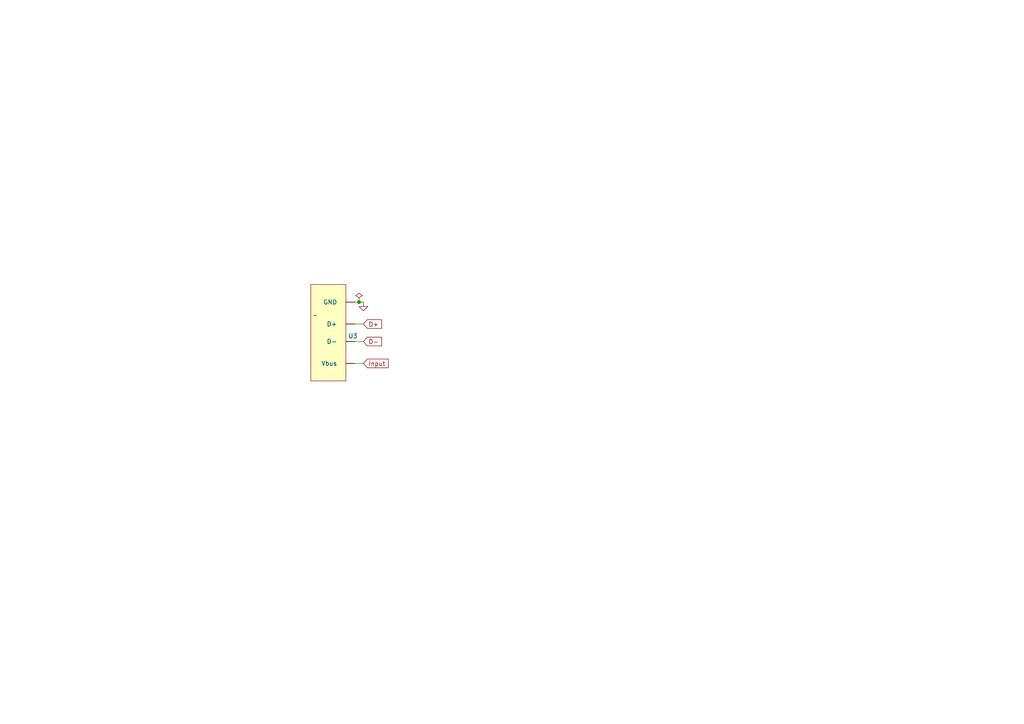
<source format=kicad_sch>
(kicad_sch (version 20230121) (generator eeschema)
  (paper "A4")
  (lib_symbols
    (symbol "power:GND" (power) (pin_names (offset 0))
      (property "Value" "GND" (at 0 -3.81 0))
      (symbol "GND_0_1"
        (polyline (pts (xy 0 0) (xy 0 -1.27) (xy 1.27 -1.27) (xy 0 -2.54) (xy -1.27 -1.27) (xy 0 -1.27)))
      )
      (symbol "GND_1_1"
        (pin power_in line (at 0 0 270) (length 0) hide (name "GND") (number "1"))
      )
    )
    (symbol "power:PWR_FLAG" (power) (pin_numbers hide) (pin_names (offset 0) hide)
      (property "Value" "PWR_FLAG" (at 0 3.81 0))
      (symbol "PWR_FLAG_0_0"
        (pin power_out line (at 0 0 90) (length 0) (name "pwr") (number "1"))
      )
      (symbol "PWR_FLAG_0_1"
        (polyline (pts (xy 0 0) (xy 0 1.27) (xy -1.016 1.905) (xy 0 2.54) (xy 1.016 1.905) (xy 0 1.27)))
      )
    )
    (symbol "usbc:USBC-THT" (pin_names (offset 2.54))
      (property "Reference" "U3" (at 9.525 -6.0318 0))
      (property "Value" "~" (at 0 0 0))
      (symbol "USBC-THT_0_1"
        (rectangle (start -1.27 8.89) (end 8.89 -19.05) (fill (type background)))
      )
      (symbol "USBC-THT_1_1"
        (pin bidirectional line (at 11.43 -2.54 180) (length 2.54) (name "D+") (number ""))
        (pin bidirectional line (at 11.43 -7.62 180) (length 2.54) (name "D-") (number ""))
        (pin passive line (at 11.43 3.81 180) (length 2.54) (name "GND") (number ""))
        (pin power_out line (at 11.43 -13.97 180) (length 2.54) (name "Vbus") (number ""))
      )
    )
  )
  (junction (at 104.14 87.63))
  (wire (pts (xy 102.87 105.41) (xy 105.41 105.41)))
  (wire (pts (xy 102.87 99.06) (xy 105.41 99.06)))
  (wire (pts (xy 102.87 87.63) (xy 104.14 87.63)))
  (wire (pts (xy 102.87 93.98) (xy 105.41 93.98)))
  (wire (pts (xy 104.14 87.63) (xy 105.41 87.63)))
  (global_label "Input" (shape input) (at 105.41 105.41 0) (property "Intersheetrefs" "${INTERSHEET_REFS}" (effects hide)))
  (global_label "D+" (shape input) (at 105.41 93.98 0) (property "Intersheetrefs" "${INTERSHEET_REFS}" (effects hide)))
  (global_label "D-" (shape input) (at 105.41 99.06 0) (property "Intersheetrefs" "${INTERSHEET_REFS}" (effects hide)))
  (symbol (lib_id "usbc:USBC-THT") (at 91.44 91.44 0) (unit 1)
    (property "Reference" "U3" (at 100.965 97.4718 0) (effects (justify left)))
    (property "Value" "~" (at 91.44 91.44 0))
    (property "Footprint" "VR20S3V3:USB-C 2.0 Female to DIP Adapter" (effects hide))
  )
  (symbol (lib_id "power:PWR_FLAG") (at 104.14 87.63 0) (unit 1)
    (property "Reference" "#FLG01" (effects hide))
    (property "Value" "PWR_FLAG" (effects hide))
  )
  (symbol (lib_id "power:GND") (at 105.41 87.63 0) (unit 1)
    (property "Reference" "#PWR011" (effects hide))
    (property "Value" "GND" (effects hide))
  )
)
</source>
